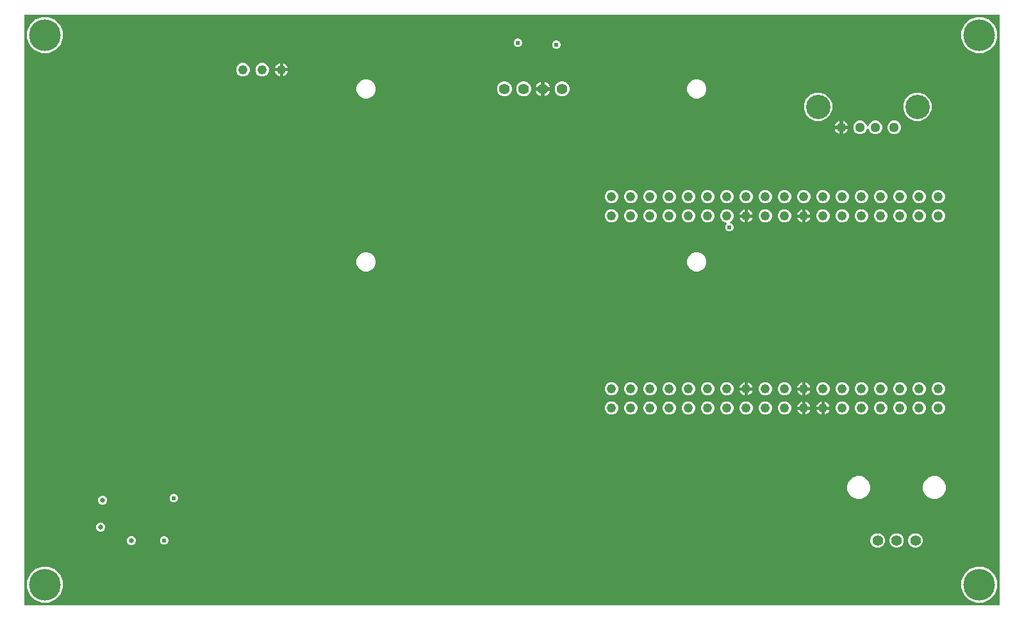
<source format=gbr>
G04 EAGLE Gerber RS-274X export*
G75*
%MOMM*%
%FSLAX34Y34*%
%LPD*%
%INCopper Layer 2*%
%IPPOS*%
%AMOC8*
5,1,8,0,0,1.08239X$1,22.5*%
G01*
%ADD10C,1.422400*%
%ADD11C,1.244600*%
%ADD12C,1.400000*%
%ADD13C,1.288000*%
%ADD14C,3.220000*%
%ADD15C,4.191000*%
%ADD16C,0.654800*%
%ADD17C,0.609600*%

G36*
X1341746Y28718D02*
X1341746Y28718D01*
X1341865Y28725D01*
X1341903Y28738D01*
X1341944Y28743D01*
X1342054Y28786D01*
X1342167Y28823D01*
X1342202Y28845D01*
X1342239Y28860D01*
X1342335Y28929D01*
X1342436Y28993D01*
X1342464Y29023D01*
X1342497Y29046D01*
X1342573Y29138D01*
X1342654Y29225D01*
X1342674Y29260D01*
X1342699Y29291D01*
X1342750Y29399D01*
X1342808Y29503D01*
X1342818Y29543D01*
X1342835Y29579D01*
X1342857Y29696D01*
X1342887Y29811D01*
X1342891Y29871D01*
X1342895Y29891D01*
X1342893Y29912D01*
X1342897Y29972D01*
X1342897Y808228D01*
X1342882Y808346D01*
X1342875Y808465D01*
X1342862Y808503D01*
X1342857Y808544D01*
X1342814Y808654D01*
X1342777Y808767D01*
X1342755Y808802D01*
X1342740Y808839D01*
X1342671Y808935D01*
X1342607Y809036D01*
X1342577Y809064D01*
X1342554Y809097D01*
X1342462Y809173D01*
X1342375Y809254D01*
X1342340Y809274D01*
X1342309Y809299D01*
X1342201Y809350D01*
X1342097Y809408D01*
X1342057Y809418D01*
X1342021Y809435D01*
X1341904Y809457D01*
X1341789Y809487D01*
X1341729Y809491D01*
X1341709Y809495D01*
X1341688Y809493D01*
X1341628Y809497D01*
X55372Y809497D01*
X55254Y809482D01*
X55135Y809475D01*
X55097Y809462D01*
X55056Y809457D01*
X54946Y809414D01*
X54833Y809377D01*
X54798Y809355D01*
X54761Y809340D01*
X54665Y809271D01*
X54564Y809207D01*
X54536Y809177D01*
X54503Y809154D01*
X54427Y809062D01*
X54346Y808975D01*
X54326Y808940D01*
X54301Y808909D01*
X54250Y808801D01*
X54192Y808697D01*
X54182Y808657D01*
X54165Y808621D01*
X54143Y808504D01*
X54113Y808389D01*
X54109Y808329D01*
X54105Y808309D01*
X54107Y808288D01*
X54103Y808228D01*
X54103Y29972D01*
X54118Y29854D01*
X54125Y29735D01*
X54138Y29697D01*
X54143Y29656D01*
X54186Y29546D01*
X54223Y29433D01*
X54245Y29398D01*
X54260Y29361D01*
X54329Y29265D01*
X54393Y29164D01*
X54423Y29136D01*
X54446Y29103D01*
X54538Y29027D01*
X54625Y28946D01*
X54660Y28926D01*
X54691Y28901D01*
X54799Y28850D01*
X54903Y28792D01*
X54943Y28782D01*
X54979Y28765D01*
X55096Y28743D01*
X55211Y28713D01*
X55271Y28709D01*
X55291Y28705D01*
X55312Y28707D01*
X55372Y28703D01*
X1341628Y28703D01*
X1341746Y28718D01*
G37*
%LPC*%
G36*
X1311046Y758824D02*
X1311046Y758824D01*
X1302411Y762401D01*
X1295801Y769011D01*
X1292224Y777646D01*
X1292224Y786994D01*
X1295801Y795629D01*
X1302411Y802239D01*
X1311046Y805816D01*
X1320394Y805816D01*
X1329029Y802239D01*
X1335639Y795629D01*
X1339216Y786994D01*
X1339216Y777646D01*
X1335639Y769011D01*
X1329029Y762401D01*
X1320394Y758824D01*
X1311046Y758824D01*
G37*
%LPD*%
%LPC*%
G36*
X76606Y758824D02*
X76606Y758824D01*
X67971Y762401D01*
X61361Y769011D01*
X57784Y777646D01*
X57784Y786994D01*
X61361Y795629D01*
X67971Y802239D01*
X76606Y805816D01*
X85954Y805816D01*
X94589Y802239D01*
X101199Y795629D01*
X104776Y786994D01*
X104776Y777646D01*
X101199Y769011D01*
X94589Y762401D01*
X85954Y758824D01*
X76606Y758824D01*
G37*
%LPD*%
%LPC*%
G36*
X76606Y32384D02*
X76606Y32384D01*
X67971Y35961D01*
X61361Y42571D01*
X57784Y51206D01*
X57784Y60554D01*
X61361Y69189D01*
X67971Y75799D01*
X76606Y79376D01*
X85954Y79376D01*
X94589Y75799D01*
X101199Y69189D01*
X104776Y60554D01*
X104776Y51206D01*
X101199Y42571D01*
X94589Y35961D01*
X85954Y32384D01*
X76606Y32384D01*
G37*
%LPD*%
%LPC*%
G36*
X1311046Y32384D02*
X1311046Y32384D01*
X1302411Y35961D01*
X1295801Y42571D01*
X1292224Y51206D01*
X1292224Y60554D01*
X1295801Y69189D01*
X1302411Y75799D01*
X1311046Y79376D01*
X1320394Y79376D01*
X1329029Y75799D01*
X1335639Y69189D01*
X1339216Y60554D01*
X1339216Y51206D01*
X1335639Y42571D01*
X1329029Y35961D01*
X1320394Y32384D01*
X1311046Y32384D01*
G37*
%LPD*%
%LPC*%
G36*
X1230392Y668859D02*
X1230392Y668859D01*
X1223541Y671697D01*
X1218297Y676941D01*
X1215459Y683792D01*
X1215459Y691208D01*
X1218297Y698059D01*
X1223541Y703303D01*
X1230392Y706141D01*
X1237808Y706141D01*
X1244659Y703303D01*
X1249903Y698059D01*
X1252741Y691208D01*
X1252741Y683792D01*
X1249903Y676941D01*
X1244659Y671697D01*
X1237808Y668859D01*
X1230392Y668859D01*
G37*
%LPD*%
%LPC*%
G36*
X1098992Y668859D02*
X1098992Y668859D01*
X1092141Y671697D01*
X1086897Y676941D01*
X1084059Y683792D01*
X1084059Y691208D01*
X1086897Y698059D01*
X1092141Y703303D01*
X1098992Y706141D01*
X1106408Y706141D01*
X1113259Y703303D01*
X1118503Y698059D01*
X1121341Y691208D01*
X1121341Y683792D01*
X1118503Y676941D01*
X1113259Y671697D01*
X1106408Y668859D01*
X1098992Y668859D01*
G37*
%LPD*%
%LPC*%
G36*
X1153508Y169259D02*
X1153508Y169259D01*
X1147980Y171549D01*
X1143749Y175780D01*
X1141459Y181308D01*
X1141459Y187292D01*
X1143749Y192820D01*
X1147980Y197051D01*
X1153508Y199341D01*
X1159492Y199341D01*
X1165020Y197051D01*
X1169251Y192820D01*
X1171541Y187292D01*
X1171541Y181308D01*
X1169251Y175780D01*
X1165020Y171549D01*
X1159492Y169259D01*
X1153508Y169259D01*
G37*
%LPD*%
%LPC*%
G36*
X1253508Y169259D02*
X1253508Y169259D01*
X1247980Y171549D01*
X1243749Y175780D01*
X1241459Y181308D01*
X1241459Y187292D01*
X1243749Y192820D01*
X1247980Y197051D01*
X1253508Y199341D01*
X1259492Y199341D01*
X1265020Y197051D01*
X1269251Y192820D01*
X1271541Y187292D01*
X1271541Y181308D01*
X1269251Y175780D01*
X1265020Y171549D01*
X1259492Y169259D01*
X1253508Y169259D01*
G37*
%LPD*%
%LPC*%
G36*
X1156614Y651419D02*
X1156614Y651419D01*
X1153313Y652786D01*
X1150786Y655313D01*
X1149419Y658614D01*
X1149419Y662186D01*
X1150786Y665487D01*
X1153313Y668014D01*
X1156614Y669381D01*
X1160186Y669381D01*
X1163487Y668014D01*
X1166014Y665487D01*
X1167227Y662557D01*
X1167296Y662436D01*
X1167361Y662313D01*
X1167375Y662298D01*
X1167385Y662280D01*
X1167482Y662180D01*
X1167575Y662078D01*
X1167592Y662066D01*
X1167606Y662052D01*
X1167724Y661979D01*
X1167841Y661903D01*
X1167860Y661896D01*
X1167877Y661886D01*
X1168010Y661845D01*
X1168142Y661800D01*
X1168162Y661798D01*
X1168181Y661792D01*
X1168320Y661785D01*
X1168459Y661774D01*
X1168479Y661778D01*
X1168499Y661777D01*
X1168635Y661805D01*
X1168772Y661829D01*
X1168791Y661837D01*
X1168810Y661841D01*
X1168935Y661902D01*
X1169062Y661959D01*
X1169078Y661972D01*
X1169096Y661981D01*
X1169202Y662071D01*
X1169310Y662158D01*
X1169323Y662174D01*
X1169338Y662187D01*
X1169418Y662301D01*
X1169502Y662412D01*
X1169514Y662437D01*
X1169521Y662447D01*
X1169528Y662467D01*
X1169573Y662557D01*
X1170786Y665487D01*
X1173313Y668014D01*
X1176614Y669381D01*
X1180186Y669381D01*
X1183487Y668014D01*
X1186014Y665487D01*
X1187381Y662186D01*
X1187381Y658614D01*
X1186014Y655313D01*
X1183487Y652786D01*
X1180186Y651419D01*
X1176614Y651419D01*
X1173313Y652786D01*
X1170786Y655313D01*
X1169573Y658243D01*
X1169504Y658364D01*
X1169439Y658487D01*
X1169425Y658502D01*
X1169415Y658520D01*
X1169318Y658620D01*
X1169225Y658722D01*
X1169208Y658733D01*
X1169194Y658748D01*
X1169075Y658821D01*
X1168959Y658897D01*
X1168940Y658904D01*
X1168923Y658914D01*
X1168790Y658955D01*
X1168658Y659000D01*
X1168638Y659002D01*
X1168619Y659008D01*
X1168480Y659015D01*
X1168341Y659026D01*
X1168321Y659022D01*
X1168301Y659023D01*
X1168165Y658995D01*
X1168028Y658971D01*
X1168009Y658963D01*
X1167990Y658959D01*
X1167864Y658897D01*
X1167738Y658841D01*
X1167722Y658828D01*
X1167704Y658819D01*
X1167598Y658729D01*
X1167490Y658642D01*
X1167477Y658626D01*
X1167462Y658613D01*
X1167382Y658499D01*
X1167298Y658388D01*
X1167286Y658363D01*
X1167279Y658353D01*
X1167272Y658333D01*
X1167227Y658243D01*
X1166014Y655313D01*
X1163487Y652786D01*
X1160186Y651419D01*
X1156614Y651419D01*
G37*
%LPD*%
%LPC*%
G36*
X502965Y698659D02*
X502965Y698659D01*
X498356Y700568D01*
X494828Y704096D01*
X492919Y708705D01*
X492919Y713695D01*
X494828Y718304D01*
X498356Y721832D01*
X502965Y723741D01*
X507955Y723741D01*
X512564Y721832D01*
X516092Y718304D01*
X518001Y713695D01*
X518001Y708705D01*
X516092Y704096D01*
X512564Y700568D01*
X507955Y698659D01*
X502965Y698659D01*
G37*
%LPD*%
%LPC*%
G36*
X939845Y698659D02*
X939845Y698659D01*
X935236Y700568D01*
X931708Y704096D01*
X929799Y708705D01*
X929799Y713695D01*
X931708Y718304D01*
X935236Y721832D01*
X939845Y723741D01*
X944835Y723741D01*
X949444Y721832D01*
X952972Y718304D01*
X954881Y713695D01*
X954881Y708705D01*
X952972Y704096D01*
X949444Y700568D01*
X944835Y698659D01*
X939845Y698659D01*
G37*
%LPD*%
%LPC*%
G36*
X939845Y470059D02*
X939845Y470059D01*
X935236Y471968D01*
X931708Y475496D01*
X929799Y480105D01*
X929799Y485095D01*
X931708Y489704D01*
X935236Y493232D01*
X939845Y495141D01*
X944835Y495141D01*
X949444Y493232D01*
X952972Y489704D01*
X954881Y485095D01*
X954881Y480105D01*
X952972Y475496D01*
X949444Y471968D01*
X944835Y470059D01*
X939845Y470059D01*
G37*
%LPD*%
%LPC*%
G36*
X502965Y470059D02*
X502965Y470059D01*
X498356Y471968D01*
X494828Y475496D01*
X492919Y480105D01*
X492919Y485095D01*
X494828Y489704D01*
X498356Y493232D01*
X502965Y495141D01*
X507955Y495141D01*
X512564Y493232D01*
X516092Y489704D01*
X518001Y485095D01*
X518001Y480105D01*
X516092Y475496D01*
X512564Y471968D01*
X507955Y470059D01*
X502965Y470059D01*
G37*
%LPD*%
%LPC*%
G36*
X984408Y522731D02*
X984408Y522731D01*
X982354Y523582D01*
X980782Y525154D01*
X979931Y527208D01*
X979931Y529432D01*
X980782Y531486D01*
X981666Y532370D01*
X981751Y532479D01*
X981840Y532586D01*
X981848Y532605D01*
X981861Y532621D01*
X981916Y532748D01*
X981975Y532874D01*
X981979Y532894D01*
X981987Y532913D01*
X982009Y533051D01*
X982035Y533187D01*
X982034Y533207D01*
X982037Y533227D01*
X982024Y533366D01*
X982015Y533504D01*
X982009Y533523D01*
X982007Y533543D01*
X981960Y533675D01*
X981917Y533806D01*
X981906Y533824D01*
X981900Y533843D01*
X981822Y533958D01*
X981747Y534075D01*
X981732Y534089D01*
X981721Y534106D01*
X981617Y534198D01*
X981516Y534293D01*
X981498Y534303D01*
X981483Y534316D01*
X981359Y534379D01*
X981237Y534447D01*
X981217Y534452D01*
X981199Y534461D01*
X981064Y534491D01*
X980929Y534526D01*
X980901Y534528D01*
X980889Y534531D01*
X980869Y534530D01*
X980768Y534536D01*
X980557Y534536D01*
X977336Y535870D01*
X974870Y538336D01*
X973536Y541557D01*
X973536Y545043D01*
X974870Y548264D01*
X977336Y550730D01*
X980557Y552064D01*
X984043Y552064D01*
X987264Y550730D01*
X989730Y548264D01*
X991064Y545043D01*
X991064Y541557D01*
X989730Y538336D01*
X987218Y535824D01*
X987167Y535797D01*
X987152Y535784D01*
X987135Y535774D01*
X987035Y535677D01*
X986932Y535583D01*
X986921Y535566D01*
X986906Y535552D01*
X986834Y535434D01*
X986757Y535318D01*
X986751Y535298D01*
X986740Y535281D01*
X986699Y535148D01*
X986654Y535017D01*
X986652Y534997D01*
X986646Y534977D01*
X986640Y534838D01*
X986629Y534700D01*
X986632Y534680D01*
X986631Y534660D01*
X986659Y534523D01*
X986683Y534387D01*
X986691Y534368D01*
X986696Y534348D01*
X986757Y534223D01*
X986814Y534097D01*
X986826Y534081D01*
X986835Y534062D01*
X986926Y533957D01*
X987012Y533848D01*
X987028Y533836D01*
X987042Y533820D01*
X987155Y533740D01*
X987266Y533657D01*
X987292Y533644D01*
X987302Y533637D01*
X987321Y533630D01*
X987411Y533586D01*
X988686Y533058D01*
X990258Y531486D01*
X991109Y529432D01*
X991109Y527208D01*
X990258Y525154D01*
X988686Y523582D01*
X986632Y522731D01*
X984408Y522731D01*
G37*
%LPD*%
%LPC*%
G36*
X686420Y701547D02*
X686420Y701547D01*
X682872Y703017D01*
X680157Y705732D01*
X678687Y709280D01*
X678687Y713120D01*
X680157Y716668D01*
X682872Y719383D01*
X686420Y720853D01*
X690260Y720853D01*
X693808Y719383D01*
X696523Y716668D01*
X697993Y713120D01*
X697993Y709280D01*
X696523Y705732D01*
X693808Y703017D01*
X690260Y701547D01*
X686420Y701547D01*
G37*
%LPD*%
%LPC*%
G36*
X711820Y701547D02*
X711820Y701547D01*
X708272Y703017D01*
X705557Y705732D01*
X704087Y709280D01*
X704087Y713120D01*
X705557Y716668D01*
X708272Y719383D01*
X711820Y720853D01*
X715660Y720853D01*
X719208Y719383D01*
X721923Y716668D01*
X723393Y713120D01*
X723393Y709280D01*
X721923Y705732D01*
X719208Y703017D01*
X715660Y701547D01*
X711820Y701547D01*
G37*
%LPD*%
%LPC*%
G36*
X762620Y701547D02*
X762620Y701547D01*
X759072Y703017D01*
X756357Y705732D01*
X754887Y709280D01*
X754887Y713120D01*
X756357Y716668D01*
X759072Y719383D01*
X762620Y720853D01*
X766460Y720853D01*
X770008Y719383D01*
X772723Y716668D01*
X774193Y713120D01*
X774193Y709280D01*
X772723Y705732D01*
X770008Y703017D01*
X766460Y701547D01*
X762620Y701547D01*
G37*
%LPD*%
%LPC*%
G36*
X1229602Y104759D02*
X1229602Y104759D01*
X1226096Y106212D01*
X1223412Y108896D01*
X1221959Y112402D01*
X1221959Y116198D01*
X1223412Y119704D01*
X1226096Y122388D01*
X1229602Y123841D01*
X1233398Y123841D01*
X1236904Y122388D01*
X1239588Y119704D01*
X1241041Y116198D01*
X1241041Y112402D01*
X1239588Y108896D01*
X1236904Y106212D01*
X1233398Y104759D01*
X1229602Y104759D01*
G37*
%LPD*%
%LPC*%
G36*
X1204602Y104759D02*
X1204602Y104759D01*
X1201096Y106212D01*
X1198412Y108896D01*
X1196959Y112402D01*
X1196959Y116198D01*
X1198412Y119704D01*
X1201096Y122388D01*
X1204602Y123841D01*
X1208398Y123841D01*
X1211904Y122388D01*
X1214588Y119704D01*
X1216041Y116198D01*
X1216041Y112402D01*
X1214588Y108896D01*
X1211904Y106212D01*
X1208398Y104759D01*
X1204602Y104759D01*
G37*
%LPD*%
%LPC*%
G36*
X1179602Y104759D02*
X1179602Y104759D01*
X1176096Y106212D01*
X1173412Y108896D01*
X1171959Y112402D01*
X1171959Y116198D01*
X1173412Y119704D01*
X1176096Y122388D01*
X1179602Y123841D01*
X1183398Y123841D01*
X1186904Y122388D01*
X1189588Y119704D01*
X1191041Y116198D01*
X1191041Y112402D01*
X1189588Y108896D01*
X1186904Y106212D01*
X1183398Y104759D01*
X1179602Y104759D01*
G37*
%LPD*%
%LPC*%
G36*
X1201614Y651419D02*
X1201614Y651419D01*
X1198313Y652786D01*
X1195786Y655313D01*
X1194419Y658614D01*
X1194419Y662186D01*
X1195786Y665487D01*
X1198313Y668014D01*
X1201614Y669381D01*
X1205186Y669381D01*
X1208487Y668014D01*
X1211014Y665487D01*
X1212381Y662186D01*
X1212381Y658614D01*
X1211014Y655313D01*
X1208487Y652786D01*
X1205186Y651419D01*
X1201614Y651419D01*
G37*
%LPD*%
%LPC*%
G36*
X1132957Y534536D02*
X1132957Y534536D01*
X1129736Y535870D01*
X1127270Y538336D01*
X1125936Y541557D01*
X1125936Y545043D01*
X1127270Y548264D01*
X1129736Y550730D01*
X1132957Y552064D01*
X1136443Y552064D01*
X1139664Y550730D01*
X1142130Y548264D01*
X1143464Y545043D01*
X1143464Y541557D01*
X1142130Y538336D01*
X1139664Y535870D01*
X1136443Y534536D01*
X1132957Y534536D01*
G37*
%LPD*%
%LPC*%
G36*
X1056757Y280536D02*
X1056757Y280536D01*
X1053536Y281870D01*
X1051070Y284336D01*
X1049736Y287557D01*
X1049736Y291043D01*
X1051070Y294264D01*
X1053536Y296730D01*
X1056757Y298064D01*
X1060243Y298064D01*
X1063464Y296730D01*
X1065930Y294264D01*
X1067264Y291043D01*
X1067264Y287557D01*
X1065930Y284336D01*
X1063464Y281870D01*
X1060243Y280536D01*
X1056757Y280536D01*
G37*
%LPD*%
%LPC*%
G36*
X1132957Y280536D02*
X1132957Y280536D01*
X1129736Y281870D01*
X1127270Y284336D01*
X1125936Y287557D01*
X1125936Y291043D01*
X1127270Y294264D01*
X1129736Y296730D01*
X1132957Y298064D01*
X1136443Y298064D01*
X1139664Y296730D01*
X1142130Y294264D01*
X1143464Y291043D01*
X1143464Y287557D01*
X1142130Y284336D01*
X1139664Y281870D01*
X1136443Y280536D01*
X1132957Y280536D01*
G37*
%LPD*%
%LPC*%
G36*
X1158357Y280536D02*
X1158357Y280536D01*
X1155136Y281870D01*
X1152670Y284336D01*
X1151336Y287557D01*
X1151336Y291043D01*
X1152670Y294264D01*
X1155136Y296730D01*
X1158357Y298064D01*
X1161843Y298064D01*
X1165064Y296730D01*
X1167530Y294264D01*
X1168864Y291043D01*
X1168864Y287557D01*
X1167530Y284336D01*
X1165064Y281870D01*
X1161843Y280536D01*
X1158357Y280536D01*
G37*
%LPD*%
%LPC*%
G36*
X1183757Y280536D02*
X1183757Y280536D01*
X1180536Y281870D01*
X1178070Y284336D01*
X1176736Y287557D01*
X1176736Y291043D01*
X1178070Y294264D01*
X1180536Y296730D01*
X1183757Y298064D01*
X1187243Y298064D01*
X1190464Y296730D01*
X1192930Y294264D01*
X1194264Y291043D01*
X1194264Y287557D01*
X1192930Y284336D01*
X1190464Y281870D01*
X1187243Y280536D01*
X1183757Y280536D01*
G37*
%LPD*%
%LPC*%
G36*
X1209157Y280536D02*
X1209157Y280536D01*
X1205936Y281870D01*
X1203470Y284336D01*
X1202136Y287557D01*
X1202136Y291043D01*
X1203470Y294264D01*
X1205936Y296730D01*
X1209157Y298064D01*
X1212643Y298064D01*
X1215864Y296730D01*
X1218330Y294264D01*
X1219664Y291043D01*
X1219664Y287557D01*
X1218330Y284336D01*
X1215864Y281870D01*
X1212643Y280536D01*
X1209157Y280536D01*
G37*
%LPD*%
%LPC*%
G36*
X1234557Y280536D02*
X1234557Y280536D01*
X1231336Y281870D01*
X1228870Y284336D01*
X1227536Y287557D01*
X1227536Y291043D01*
X1228870Y294264D01*
X1231336Y296730D01*
X1234557Y298064D01*
X1238043Y298064D01*
X1241264Y296730D01*
X1243730Y294264D01*
X1245064Y291043D01*
X1245064Y287557D01*
X1243730Y284336D01*
X1241264Y281870D01*
X1238043Y280536D01*
X1234557Y280536D01*
G37*
%LPD*%
%LPC*%
G36*
X904357Y559936D02*
X904357Y559936D01*
X901136Y561270D01*
X898670Y563736D01*
X897336Y566957D01*
X897336Y570443D01*
X898670Y573664D01*
X901136Y576130D01*
X904357Y577464D01*
X907843Y577464D01*
X911064Y576130D01*
X913530Y573664D01*
X914864Y570443D01*
X914864Y566957D01*
X913530Y563736D01*
X911064Y561270D01*
X907843Y559936D01*
X904357Y559936D01*
G37*
%LPD*%
%LPC*%
G36*
X878957Y559936D02*
X878957Y559936D01*
X875736Y561270D01*
X873270Y563736D01*
X871936Y566957D01*
X871936Y570443D01*
X873270Y573664D01*
X875736Y576130D01*
X878957Y577464D01*
X882443Y577464D01*
X885664Y576130D01*
X888130Y573664D01*
X889464Y570443D01*
X889464Y566957D01*
X888130Y563736D01*
X885664Y561270D01*
X882443Y559936D01*
X878957Y559936D01*
G37*
%LPD*%
%LPC*%
G36*
X1259957Y559936D02*
X1259957Y559936D01*
X1256736Y561270D01*
X1254270Y563736D01*
X1252936Y566957D01*
X1252936Y570443D01*
X1254270Y573664D01*
X1256736Y576130D01*
X1259957Y577464D01*
X1263443Y577464D01*
X1266664Y576130D01*
X1269130Y573664D01*
X1270464Y570443D01*
X1270464Y566957D01*
X1269130Y563736D01*
X1266664Y561270D01*
X1263443Y559936D01*
X1259957Y559936D01*
G37*
%LPD*%
%LPC*%
G36*
X1234557Y559936D02*
X1234557Y559936D01*
X1231336Y561270D01*
X1228870Y563736D01*
X1227536Y566957D01*
X1227536Y570443D01*
X1228870Y573664D01*
X1231336Y576130D01*
X1234557Y577464D01*
X1238043Y577464D01*
X1241264Y576130D01*
X1243730Y573664D01*
X1245064Y570443D01*
X1245064Y566957D01*
X1243730Y563736D01*
X1241264Y561270D01*
X1238043Y559936D01*
X1234557Y559936D01*
G37*
%LPD*%
%LPC*%
G36*
X1209157Y559936D02*
X1209157Y559936D01*
X1205936Y561270D01*
X1203470Y563736D01*
X1202136Y566957D01*
X1202136Y570443D01*
X1203470Y573664D01*
X1205936Y576130D01*
X1209157Y577464D01*
X1212643Y577464D01*
X1215864Y576130D01*
X1218330Y573664D01*
X1219664Y570443D01*
X1219664Y566957D01*
X1218330Y563736D01*
X1215864Y561270D01*
X1212643Y559936D01*
X1209157Y559936D01*
G37*
%LPD*%
%LPC*%
G36*
X1183757Y559936D02*
X1183757Y559936D01*
X1180536Y561270D01*
X1178070Y563736D01*
X1176736Y566957D01*
X1176736Y570443D01*
X1178070Y573664D01*
X1180536Y576130D01*
X1183757Y577464D01*
X1187243Y577464D01*
X1190464Y576130D01*
X1192930Y573664D01*
X1194264Y570443D01*
X1194264Y566957D01*
X1192930Y563736D01*
X1190464Y561270D01*
X1187243Y559936D01*
X1183757Y559936D01*
G37*
%LPD*%
%LPC*%
G36*
X1158357Y559936D02*
X1158357Y559936D01*
X1155136Y561270D01*
X1152670Y563736D01*
X1151336Y566957D01*
X1151336Y570443D01*
X1152670Y573664D01*
X1155136Y576130D01*
X1158357Y577464D01*
X1161843Y577464D01*
X1165064Y576130D01*
X1167530Y573664D01*
X1168864Y570443D01*
X1168864Y566957D01*
X1167530Y563736D01*
X1165064Y561270D01*
X1161843Y559936D01*
X1158357Y559936D01*
G37*
%LPD*%
%LPC*%
G36*
X1132957Y559936D02*
X1132957Y559936D01*
X1129736Y561270D01*
X1127270Y563736D01*
X1125936Y566957D01*
X1125936Y570443D01*
X1127270Y573664D01*
X1129736Y576130D01*
X1132957Y577464D01*
X1136443Y577464D01*
X1139664Y576130D01*
X1142130Y573664D01*
X1143464Y570443D01*
X1143464Y566957D01*
X1142130Y563736D01*
X1139664Y561270D01*
X1136443Y559936D01*
X1132957Y559936D01*
G37*
%LPD*%
%LPC*%
G36*
X1107557Y559936D02*
X1107557Y559936D01*
X1104336Y561270D01*
X1101870Y563736D01*
X1100536Y566957D01*
X1100536Y570443D01*
X1101870Y573664D01*
X1104336Y576130D01*
X1107557Y577464D01*
X1111043Y577464D01*
X1114264Y576130D01*
X1116730Y573664D01*
X1118064Y570443D01*
X1118064Y566957D01*
X1116730Y563736D01*
X1114264Y561270D01*
X1111043Y559936D01*
X1107557Y559936D01*
G37*
%LPD*%
%LPC*%
G36*
X1082157Y559936D02*
X1082157Y559936D01*
X1078936Y561270D01*
X1076470Y563736D01*
X1075136Y566957D01*
X1075136Y570443D01*
X1076470Y573664D01*
X1078936Y576130D01*
X1082157Y577464D01*
X1085643Y577464D01*
X1088864Y576130D01*
X1091330Y573664D01*
X1092664Y570443D01*
X1092664Y566957D01*
X1091330Y563736D01*
X1088864Y561270D01*
X1085643Y559936D01*
X1082157Y559936D01*
G37*
%LPD*%
%LPC*%
G36*
X1056757Y559936D02*
X1056757Y559936D01*
X1053536Y561270D01*
X1051070Y563736D01*
X1049736Y566957D01*
X1049736Y570443D01*
X1051070Y573664D01*
X1053536Y576130D01*
X1056757Y577464D01*
X1060243Y577464D01*
X1063464Y576130D01*
X1065930Y573664D01*
X1067264Y570443D01*
X1067264Y566957D01*
X1065930Y563736D01*
X1063464Y561270D01*
X1060243Y559936D01*
X1056757Y559936D01*
G37*
%LPD*%
%LPC*%
G36*
X1031357Y559936D02*
X1031357Y559936D01*
X1028136Y561270D01*
X1025670Y563736D01*
X1024336Y566957D01*
X1024336Y570443D01*
X1025670Y573664D01*
X1028136Y576130D01*
X1031357Y577464D01*
X1034843Y577464D01*
X1038064Y576130D01*
X1040530Y573664D01*
X1041864Y570443D01*
X1041864Y566957D01*
X1040530Y563736D01*
X1038064Y561270D01*
X1034843Y559936D01*
X1031357Y559936D01*
G37*
%LPD*%
%LPC*%
G36*
X1005957Y559936D02*
X1005957Y559936D01*
X1002736Y561270D01*
X1000270Y563736D01*
X998936Y566957D01*
X998936Y570443D01*
X1000270Y573664D01*
X1002736Y576130D01*
X1005957Y577464D01*
X1009443Y577464D01*
X1012664Y576130D01*
X1015130Y573664D01*
X1016464Y570443D01*
X1016464Y566957D01*
X1015130Y563736D01*
X1012664Y561270D01*
X1009443Y559936D01*
X1005957Y559936D01*
G37*
%LPD*%
%LPC*%
G36*
X980557Y559936D02*
X980557Y559936D01*
X977336Y561270D01*
X974870Y563736D01*
X973536Y566957D01*
X973536Y570443D01*
X974870Y573664D01*
X977336Y576130D01*
X980557Y577464D01*
X984043Y577464D01*
X987264Y576130D01*
X989730Y573664D01*
X991064Y570443D01*
X991064Y566957D01*
X989730Y563736D01*
X987264Y561270D01*
X984043Y559936D01*
X980557Y559936D01*
G37*
%LPD*%
%LPC*%
G36*
X955157Y559936D02*
X955157Y559936D01*
X951936Y561270D01*
X949470Y563736D01*
X948136Y566957D01*
X948136Y570443D01*
X949470Y573664D01*
X951936Y576130D01*
X955157Y577464D01*
X958643Y577464D01*
X961864Y576130D01*
X964330Y573664D01*
X965664Y570443D01*
X965664Y566957D01*
X964330Y563736D01*
X961864Y561270D01*
X958643Y559936D01*
X955157Y559936D01*
G37*
%LPD*%
%LPC*%
G36*
X929757Y559936D02*
X929757Y559936D01*
X926536Y561270D01*
X924070Y563736D01*
X922736Y566957D01*
X922736Y570443D01*
X924070Y573664D01*
X926536Y576130D01*
X929757Y577464D01*
X933243Y577464D01*
X936464Y576130D01*
X938930Y573664D01*
X940264Y570443D01*
X940264Y566957D01*
X938930Y563736D01*
X936464Y561270D01*
X933243Y559936D01*
X929757Y559936D01*
G37*
%LPD*%
%LPC*%
G36*
X853557Y559936D02*
X853557Y559936D01*
X850336Y561270D01*
X847870Y563736D01*
X846536Y566957D01*
X846536Y570443D01*
X847870Y573664D01*
X850336Y576130D01*
X853557Y577464D01*
X857043Y577464D01*
X860264Y576130D01*
X862730Y573664D01*
X864064Y570443D01*
X864064Y566957D01*
X862730Y563736D01*
X860264Y561270D01*
X857043Y559936D01*
X853557Y559936D01*
G37*
%LPD*%
%LPC*%
G36*
X828157Y559936D02*
X828157Y559936D01*
X824936Y561270D01*
X822470Y563736D01*
X821136Y566957D01*
X821136Y570443D01*
X822470Y573664D01*
X824936Y576130D01*
X828157Y577464D01*
X831643Y577464D01*
X834864Y576130D01*
X837330Y573664D01*
X838664Y570443D01*
X838664Y566957D01*
X837330Y563736D01*
X834864Y561270D01*
X831643Y559936D01*
X828157Y559936D01*
G37*
%LPD*%
%LPC*%
G36*
X878957Y534536D02*
X878957Y534536D01*
X875736Y535870D01*
X873270Y538336D01*
X871936Y541557D01*
X871936Y545043D01*
X873270Y548264D01*
X875736Y550730D01*
X878957Y552064D01*
X882443Y552064D01*
X885664Y550730D01*
X888130Y548264D01*
X889464Y545043D01*
X889464Y541557D01*
X888130Y538336D01*
X885664Y535870D01*
X882443Y534536D01*
X878957Y534536D01*
G37*
%LPD*%
%LPC*%
G36*
X828157Y534536D02*
X828157Y534536D01*
X824936Y535870D01*
X822470Y538336D01*
X821136Y541557D01*
X821136Y545043D01*
X822470Y548264D01*
X824936Y550730D01*
X828157Y552064D01*
X831643Y552064D01*
X834864Y550730D01*
X837330Y548264D01*
X838664Y545043D01*
X838664Y541557D01*
X837330Y538336D01*
X834864Y535870D01*
X831643Y534536D01*
X828157Y534536D01*
G37*
%LPD*%
%LPC*%
G36*
X1259957Y534536D02*
X1259957Y534536D01*
X1256736Y535870D01*
X1254270Y538336D01*
X1252936Y541557D01*
X1252936Y545043D01*
X1254270Y548264D01*
X1256736Y550730D01*
X1259957Y552064D01*
X1263443Y552064D01*
X1266664Y550730D01*
X1269130Y548264D01*
X1270464Y545043D01*
X1270464Y541557D01*
X1269130Y538336D01*
X1266664Y535870D01*
X1263443Y534536D01*
X1259957Y534536D01*
G37*
%LPD*%
%LPC*%
G36*
X1234557Y534536D02*
X1234557Y534536D01*
X1231336Y535870D01*
X1228870Y538336D01*
X1227536Y541557D01*
X1227536Y545043D01*
X1228870Y548264D01*
X1231336Y550730D01*
X1234557Y552064D01*
X1238043Y552064D01*
X1241264Y550730D01*
X1243730Y548264D01*
X1245064Y545043D01*
X1245064Y541557D01*
X1243730Y538336D01*
X1241264Y535870D01*
X1238043Y534536D01*
X1234557Y534536D01*
G37*
%LPD*%
%LPC*%
G36*
X1209157Y534536D02*
X1209157Y534536D01*
X1205936Y535870D01*
X1203470Y538336D01*
X1202136Y541557D01*
X1202136Y545043D01*
X1203470Y548264D01*
X1205936Y550730D01*
X1209157Y552064D01*
X1212643Y552064D01*
X1215864Y550730D01*
X1218330Y548264D01*
X1219664Y545043D01*
X1219664Y541557D01*
X1218330Y538336D01*
X1215864Y535870D01*
X1212643Y534536D01*
X1209157Y534536D01*
G37*
%LPD*%
%LPC*%
G36*
X1183757Y534536D02*
X1183757Y534536D01*
X1180536Y535870D01*
X1178070Y538336D01*
X1176736Y541557D01*
X1176736Y545043D01*
X1178070Y548264D01*
X1180536Y550730D01*
X1183757Y552064D01*
X1187243Y552064D01*
X1190464Y550730D01*
X1192930Y548264D01*
X1194264Y545043D01*
X1194264Y541557D01*
X1192930Y538336D01*
X1190464Y535870D01*
X1187243Y534536D01*
X1183757Y534536D01*
G37*
%LPD*%
%LPC*%
G36*
X1158357Y534536D02*
X1158357Y534536D01*
X1155136Y535870D01*
X1152670Y538336D01*
X1151336Y541557D01*
X1151336Y545043D01*
X1152670Y548264D01*
X1155136Y550730D01*
X1158357Y552064D01*
X1161843Y552064D01*
X1165064Y550730D01*
X1167530Y548264D01*
X1168864Y545043D01*
X1168864Y541557D01*
X1167530Y538336D01*
X1165064Y535870D01*
X1161843Y534536D01*
X1158357Y534536D01*
G37*
%LPD*%
%LPC*%
G36*
X828157Y280536D02*
X828157Y280536D01*
X824936Y281870D01*
X822470Y284336D01*
X821136Y287557D01*
X821136Y291043D01*
X822470Y294264D01*
X824936Y296730D01*
X828157Y298064D01*
X831643Y298064D01*
X834864Y296730D01*
X837330Y294264D01*
X838664Y291043D01*
X838664Y287557D01*
X837330Y284336D01*
X834864Y281870D01*
X831643Y280536D01*
X828157Y280536D01*
G37*
%LPD*%
%LPC*%
G36*
X1107557Y534536D02*
X1107557Y534536D01*
X1104336Y535870D01*
X1101870Y538336D01*
X1100536Y541557D01*
X1100536Y545043D01*
X1101870Y548264D01*
X1104336Y550730D01*
X1107557Y552064D01*
X1111043Y552064D01*
X1114264Y550730D01*
X1116730Y548264D01*
X1118064Y545043D01*
X1118064Y541557D01*
X1116730Y538336D01*
X1114264Y535870D01*
X1111043Y534536D01*
X1107557Y534536D01*
G37*
%LPD*%
%LPC*%
G36*
X1056757Y534536D02*
X1056757Y534536D01*
X1053536Y535870D01*
X1051070Y538336D01*
X1049736Y541557D01*
X1049736Y545043D01*
X1051070Y548264D01*
X1053536Y550730D01*
X1056757Y552064D01*
X1060243Y552064D01*
X1063464Y550730D01*
X1065930Y548264D01*
X1067264Y545043D01*
X1067264Y541557D01*
X1065930Y538336D01*
X1063464Y535870D01*
X1060243Y534536D01*
X1056757Y534536D01*
G37*
%LPD*%
%LPC*%
G36*
X1031357Y534536D02*
X1031357Y534536D01*
X1028136Y535870D01*
X1025670Y538336D01*
X1024336Y541557D01*
X1024336Y545043D01*
X1025670Y548264D01*
X1028136Y550730D01*
X1031357Y552064D01*
X1034843Y552064D01*
X1038064Y550730D01*
X1040530Y548264D01*
X1041864Y545043D01*
X1041864Y541557D01*
X1040530Y538336D01*
X1038064Y535870D01*
X1034843Y534536D01*
X1031357Y534536D01*
G37*
%LPD*%
%LPC*%
G36*
X853557Y534536D02*
X853557Y534536D01*
X850336Y535870D01*
X847870Y538336D01*
X846536Y541557D01*
X846536Y545043D01*
X847870Y548264D01*
X850336Y550730D01*
X853557Y552064D01*
X857043Y552064D01*
X860264Y550730D01*
X862730Y548264D01*
X864064Y545043D01*
X864064Y541557D01*
X862730Y538336D01*
X860264Y535870D01*
X857043Y534536D01*
X853557Y534536D01*
G37*
%LPD*%
%LPC*%
G36*
X904357Y534536D02*
X904357Y534536D01*
X901136Y535870D01*
X898670Y538336D01*
X897336Y541557D01*
X897336Y545043D01*
X898670Y548264D01*
X901136Y550730D01*
X904357Y552064D01*
X907843Y552064D01*
X911064Y550730D01*
X913530Y548264D01*
X914864Y545043D01*
X914864Y541557D01*
X913530Y538336D01*
X911064Y535870D01*
X907843Y534536D01*
X904357Y534536D01*
G37*
%LPD*%
%LPC*%
G36*
X853557Y280536D02*
X853557Y280536D01*
X850336Y281870D01*
X847870Y284336D01*
X846536Y287557D01*
X846536Y291043D01*
X847870Y294264D01*
X850336Y296730D01*
X853557Y298064D01*
X857043Y298064D01*
X860264Y296730D01*
X862730Y294264D01*
X864064Y291043D01*
X864064Y287557D01*
X862730Y284336D01*
X860264Y281870D01*
X857043Y280536D01*
X853557Y280536D01*
G37*
%LPD*%
%LPC*%
G36*
X955157Y534536D02*
X955157Y534536D01*
X951936Y535870D01*
X949470Y538336D01*
X948136Y541557D01*
X948136Y545043D01*
X949470Y548264D01*
X951936Y550730D01*
X955157Y552064D01*
X958643Y552064D01*
X961864Y550730D01*
X964330Y548264D01*
X965664Y545043D01*
X965664Y541557D01*
X964330Y538336D01*
X961864Y535870D01*
X958643Y534536D01*
X955157Y534536D01*
G37*
%LPD*%
%LPC*%
G36*
X929757Y534536D02*
X929757Y534536D01*
X926536Y535870D01*
X924070Y538336D01*
X922736Y541557D01*
X922736Y545043D01*
X924070Y548264D01*
X926536Y550730D01*
X929757Y552064D01*
X933243Y552064D01*
X936464Y550730D01*
X938930Y548264D01*
X940264Y545043D01*
X940264Y541557D01*
X938930Y538336D01*
X936464Y535870D01*
X933243Y534536D01*
X929757Y534536D01*
G37*
%LPD*%
%LPC*%
G36*
X1259957Y280536D02*
X1259957Y280536D01*
X1256736Y281870D01*
X1254270Y284336D01*
X1252936Y287557D01*
X1252936Y291043D01*
X1254270Y294264D01*
X1256736Y296730D01*
X1259957Y298064D01*
X1263443Y298064D01*
X1266664Y296730D01*
X1269130Y294264D01*
X1270464Y291043D01*
X1270464Y287557D01*
X1269130Y284336D01*
X1266664Y281870D01*
X1263443Y280536D01*
X1259957Y280536D01*
G37*
%LPD*%
%LPC*%
G36*
X1031357Y280536D02*
X1031357Y280536D01*
X1028136Y281870D01*
X1025670Y284336D01*
X1024336Y287557D01*
X1024336Y291043D01*
X1025670Y294264D01*
X1028136Y296730D01*
X1031357Y298064D01*
X1034843Y298064D01*
X1038064Y296730D01*
X1040530Y294264D01*
X1041864Y291043D01*
X1041864Y287557D01*
X1040530Y284336D01*
X1038064Y281870D01*
X1034843Y280536D01*
X1031357Y280536D01*
G37*
%LPD*%
%LPC*%
G36*
X1005957Y280536D02*
X1005957Y280536D01*
X1002736Y281870D01*
X1000270Y284336D01*
X998936Y287557D01*
X998936Y291043D01*
X1000270Y294264D01*
X1002736Y296730D01*
X1005957Y298064D01*
X1009443Y298064D01*
X1012664Y296730D01*
X1015130Y294264D01*
X1016464Y291043D01*
X1016464Y287557D01*
X1015130Y284336D01*
X1012664Y281870D01*
X1009443Y280536D01*
X1005957Y280536D01*
G37*
%LPD*%
%LPC*%
G36*
X980557Y280536D02*
X980557Y280536D01*
X977336Y281870D01*
X974870Y284336D01*
X973536Y287557D01*
X973536Y291043D01*
X974870Y294264D01*
X977336Y296730D01*
X980557Y298064D01*
X984043Y298064D01*
X987264Y296730D01*
X989730Y294264D01*
X991064Y291043D01*
X991064Y287557D01*
X989730Y284336D01*
X987264Y281870D01*
X984043Y280536D01*
X980557Y280536D01*
G37*
%LPD*%
%LPC*%
G36*
X955157Y280536D02*
X955157Y280536D01*
X951936Y281870D01*
X949470Y284336D01*
X948136Y287557D01*
X948136Y291043D01*
X949470Y294264D01*
X951936Y296730D01*
X955157Y298064D01*
X958643Y298064D01*
X961864Y296730D01*
X964330Y294264D01*
X965664Y291043D01*
X965664Y287557D01*
X964330Y284336D01*
X961864Y281870D01*
X958643Y280536D01*
X955157Y280536D01*
G37*
%LPD*%
%LPC*%
G36*
X341157Y727836D02*
X341157Y727836D01*
X337936Y729170D01*
X335470Y731636D01*
X334136Y734857D01*
X334136Y738343D01*
X335470Y741564D01*
X337936Y744030D01*
X341157Y745364D01*
X344643Y745364D01*
X347864Y744030D01*
X350330Y741564D01*
X351664Y738343D01*
X351664Y734857D01*
X350330Y731636D01*
X347864Y729170D01*
X344643Y727836D01*
X341157Y727836D01*
G37*
%LPD*%
%LPC*%
G36*
X366557Y727836D02*
X366557Y727836D01*
X363336Y729170D01*
X360870Y731636D01*
X359536Y734857D01*
X359536Y738343D01*
X360870Y741564D01*
X363336Y744030D01*
X366557Y745364D01*
X370043Y745364D01*
X373264Y744030D01*
X375730Y741564D01*
X377064Y738343D01*
X377064Y734857D01*
X375730Y731636D01*
X373264Y729170D01*
X370043Y727836D01*
X366557Y727836D01*
G37*
%LPD*%
%LPC*%
G36*
X878957Y280536D02*
X878957Y280536D01*
X875736Y281870D01*
X873270Y284336D01*
X871936Y287557D01*
X871936Y291043D01*
X873270Y294264D01*
X875736Y296730D01*
X878957Y298064D01*
X882443Y298064D01*
X885664Y296730D01*
X888130Y294264D01*
X889464Y291043D01*
X889464Y287557D01*
X888130Y284336D01*
X885664Y281870D01*
X882443Y280536D01*
X878957Y280536D01*
G37*
%LPD*%
%LPC*%
G36*
X929757Y280536D02*
X929757Y280536D01*
X926536Y281870D01*
X924070Y284336D01*
X922736Y287557D01*
X922736Y291043D01*
X924070Y294264D01*
X926536Y296730D01*
X929757Y298064D01*
X933243Y298064D01*
X936464Y296730D01*
X938930Y294264D01*
X940264Y291043D01*
X940264Y287557D01*
X938930Y284336D01*
X936464Y281870D01*
X933243Y280536D01*
X929757Y280536D01*
G37*
%LPD*%
%LPC*%
G36*
X904357Y280536D02*
X904357Y280536D01*
X901136Y281870D01*
X898670Y284336D01*
X897336Y287557D01*
X897336Y291043D01*
X898670Y294264D01*
X901136Y296730D01*
X904357Y298064D01*
X907843Y298064D01*
X911064Y296730D01*
X913530Y294264D01*
X914864Y291043D01*
X914864Y287557D01*
X913530Y284336D01*
X911064Y281870D01*
X907843Y280536D01*
X904357Y280536D01*
G37*
%LPD*%
%LPC*%
G36*
X1132957Y305936D02*
X1132957Y305936D01*
X1129736Y307270D01*
X1127270Y309736D01*
X1125936Y312957D01*
X1125936Y316443D01*
X1127270Y319664D01*
X1129736Y322130D01*
X1132957Y323464D01*
X1136443Y323464D01*
X1139664Y322130D01*
X1142130Y319664D01*
X1143464Y316443D01*
X1143464Y312957D01*
X1142130Y309736D01*
X1139664Y307270D01*
X1136443Y305936D01*
X1132957Y305936D01*
G37*
%LPD*%
%LPC*%
G36*
X1107557Y305936D02*
X1107557Y305936D01*
X1104336Y307270D01*
X1101870Y309736D01*
X1100536Y312957D01*
X1100536Y316443D01*
X1101870Y319664D01*
X1104336Y322130D01*
X1107557Y323464D01*
X1111043Y323464D01*
X1114264Y322130D01*
X1116730Y319664D01*
X1118064Y316443D01*
X1118064Y312957D01*
X1116730Y309736D01*
X1114264Y307270D01*
X1111043Y305936D01*
X1107557Y305936D01*
G37*
%LPD*%
%LPC*%
G36*
X1259957Y305936D02*
X1259957Y305936D01*
X1256736Y307270D01*
X1254270Y309736D01*
X1252936Y312957D01*
X1252936Y316443D01*
X1254270Y319664D01*
X1256736Y322130D01*
X1259957Y323464D01*
X1263443Y323464D01*
X1266664Y322130D01*
X1269130Y319664D01*
X1270464Y316443D01*
X1270464Y312957D01*
X1269130Y309736D01*
X1266664Y307270D01*
X1263443Y305936D01*
X1259957Y305936D01*
G37*
%LPD*%
%LPC*%
G36*
X1234557Y305936D02*
X1234557Y305936D01*
X1231336Y307270D01*
X1228870Y309736D01*
X1227536Y312957D01*
X1227536Y316443D01*
X1228870Y319664D01*
X1231336Y322130D01*
X1234557Y323464D01*
X1238043Y323464D01*
X1241264Y322130D01*
X1243730Y319664D01*
X1245064Y316443D01*
X1245064Y312957D01*
X1243730Y309736D01*
X1241264Y307270D01*
X1238043Y305936D01*
X1234557Y305936D01*
G37*
%LPD*%
%LPC*%
G36*
X1209157Y305936D02*
X1209157Y305936D01*
X1205936Y307270D01*
X1203470Y309736D01*
X1202136Y312957D01*
X1202136Y316443D01*
X1203470Y319664D01*
X1205936Y322130D01*
X1209157Y323464D01*
X1212643Y323464D01*
X1215864Y322130D01*
X1218330Y319664D01*
X1219664Y316443D01*
X1219664Y312957D01*
X1218330Y309736D01*
X1215864Y307270D01*
X1212643Y305936D01*
X1209157Y305936D01*
G37*
%LPD*%
%LPC*%
G36*
X1183757Y305936D02*
X1183757Y305936D01*
X1180536Y307270D01*
X1178070Y309736D01*
X1176736Y312957D01*
X1176736Y316443D01*
X1178070Y319664D01*
X1180536Y322130D01*
X1183757Y323464D01*
X1187243Y323464D01*
X1190464Y322130D01*
X1192930Y319664D01*
X1194264Y316443D01*
X1194264Y312957D01*
X1192930Y309736D01*
X1190464Y307270D01*
X1187243Y305936D01*
X1183757Y305936D01*
G37*
%LPD*%
%LPC*%
G36*
X1158357Y305936D02*
X1158357Y305936D01*
X1155136Y307270D01*
X1152670Y309736D01*
X1151336Y312957D01*
X1151336Y316443D01*
X1152670Y319664D01*
X1155136Y322130D01*
X1158357Y323464D01*
X1161843Y323464D01*
X1165064Y322130D01*
X1167530Y319664D01*
X1168864Y316443D01*
X1168864Y312957D01*
X1167530Y309736D01*
X1165064Y307270D01*
X1161843Y305936D01*
X1158357Y305936D01*
G37*
%LPD*%
%LPC*%
G36*
X1056757Y305936D02*
X1056757Y305936D01*
X1053536Y307270D01*
X1051070Y309736D01*
X1049736Y312957D01*
X1049736Y316443D01*
X1051070Y319664D01*
X1053536Y322130D01*
X1056757Y323464D01*
X1060243Y323464D01*
X1063464Y322130D01*
X1065930Y319664D01*
X1067264Y316443D01*
X1067264Y312957D01*
X1065930Y309736D01*
X1063464Y307270D01*
X1060243Y305936D01*
X1056757Y305936D01*
G37*
%LPD*%
%LPC*%
G36*
X1031357Y305936D02*
X1031357Y305936D01*
X1028136Y307270D01*
X1025670Y309736D01*
X1024336Y312957D01*
X1024336Y316443D01*
X1025670Y319664D01*
X1028136Y322130D01*
X1031357Y323464D01*
X1034843Y323464D01*
X1038064Y322130D01*
X1040530Y319664D01*
X1041864Y316443D01*
X1041864Y312957D01*
X1040530Y309736D01*
X1038064Y307270D01*
X1034843Y305936D01*
X1031357Y305936D01*
G37*
%LPD*%
%LPC*%
G36*
X980557Y305936D02*
X980557Y305936D01*
X977336Y307270D01*
X974870Y309736D01*
X973536Y312957D01*
X973536Y316443D01*
X974870Y319664D01*
X977336Y322130D01*
X980557Y323464D01*
X984043Y323464D01*
X987264Y322130D01*
X989730Y319664D01*
X991064Y316443D01*
X991064Y312957D01*
X989730Y309736D01*
X987264Y307270D01*
X984043Y305936D01*
X980557Y305936D01*
G37*
%LPD*%
%LPC*%
G36*
X955157Y305936D02*
X955157Y305936D01*
X951936Y307270D01*
X949470Y309736D01*
X948136Y312957D01*
X948136Y316443D01*
X949470Y319664D01*
X951936Y322130D01*
X955157Y323464D01*
X958643Y323464D01*
X961864Y322130D01*
X964330Y319664D01*
X965664Y316443D01*
X965664Y312957D01*
X964330Y309736D01*
X961864Y307270D01*
X958643Y305936D01*
X955157Y305936D01*
G37*
%LPD*%
%LPC*%
G36*
X929757Y305936D02*
X929757Y305936D01*
X926536Y307270D01*
X924070Y309736D01*
X922736Y312957D01*
X922736Y316443D01*
X924070Y319664D01*
X926536Y322130D01*
X929757Y323464D01*
X933243Y323464D01*
X936464Y322130D01*
X938930Y319664D01*
X940264Y316443D01*
X940264Y312957D01*
X938930Y309736D01*
X936464Y307270D01*
X933243Y305936D01*
X929757Y305936D01*
G37*
%LPD*%
%LPC*%
G36*
X904357Y305936D02*
X904357Y305936D01*
X901136Y307270D01*
X898670Y309736D01*
X897336Y312957D01*
X897336Y316443D01*
X898670Y319664D01*
X901136Y322130D01*
X904357Y323464D01*
X907843Y323464D01*
X911064Y322130D01*
X913530Y319664D01*
X914864Y316443D01*
X914864Y312957D01*
X913530Y309736D01*
X911064Y307270D01*
X907843Y305936D01*
X904357Y305936D01*
G37*
%LPD*%
%LPC*%
G36*
X878957Y305936D02*
X878957Y305936D01*
X875736Y307270D01*
X873270Y309736D01*
X871936Y312957D01*
X871936Y316443D01*
X873270Y319664D01*
X875736Y322130D01*
X878957Y323464D01*
X882443Y323464D01*
X885664Y322130D01*
X888130Y319664D01*
X889464Y316443D01*
X889464Y312957D01*
X888130Y309736D01*
X885664Y307270D01*
X882443Y305936D01*
X878957Y305936D01*
G37*
%LPD*%
%LPC*%
G36*
X853557Y305936D02*
X853557Y305936D01*
X850336Y307270D01*
X847870Y309736D01*
X846536Y312957D01*
X846536Y316443D01*
X847870Y319664D01*
X850336Y322130D01*
X853557Y323464D01*
X857043Y323464D01*
X860264Y322130D01*
X862730Y319664D01*
X864064Y316443D01*
X864064Y312957D01*
X862730Y309736D01*
X860264Y307270D01*
X857043Y305936D01*
X853557Y305936D01*
G37*
%LPD*%
%LPC*%
G36*
X828157Y305936D02*
X828157Y305936D01*
X824936Y307270D01*
X822470Y309736D01*
X821136Y312957D01*
X821136Y316443D01*
X822470Y319664D01*
X824936Y322130D01*
X828157Y323464D01*
X831643Y323464D01*
X834864Y322130D01*
X837330Y319664D01*
X838664Y316443D01*
X838664Y312957D01*
X837330Y309736D01*
X834864Y307270D01*
X831643Y305936D01*
X828157Y305936D01*
G37*
%LPD*%
%LPC*%
G36*
X153783Y126265D02*
X153783Y126265D01*
X151646Y127150D01*
X150010Y128786D01*
X149125Y130923D01*
X149125Y133237D01*
X150010Y135374D01*
X151646Y137010D01*
X153783Y137895D01*
X156097Y137895D01*
X158234Y137010D01*
X159870Y135374D01*
X160755Y133237D01*
X160755Y130923D01*
X159870Y128786D01*
X158234Y127150D01*
X156097Y126265D01*
X153783Y126265D01*
G37*
%LPD*%
%LPC*%
G36*
X156323Y161825D02*
X156323Y161825D01*
X154186Y162710D01*
X152550Y164346D01*
X151665Y166483D01*
X151665Y168797D01*
X152550Y170934D01*
X154186Y172570D01*
X156323Y173455D01*
X158637Y173455D01*
X160774Y172570D01*
X162410Y170934D01*
X163295Y168797D01*
X163295Y166483D01*
X162410Y164346D01*
X160774Y162710D01*
X158637Y161825D01*
X156323Y161825D01*
G37*
%LPD*%
%LPC*%
G36*
X194423Y108485D02*
X194423Y108485D01*
X192286Y109370D01*
X190650Y111006D01*
X189765Y113143D01*
X189765Y115457D01*
X190650Y117594D01*
X192286Y119230D01*
X194423Y120115D01*
X196737Y120115D01*
X198874Y119230D01*
X200510Y117594D01*
X201395Y115457D01*
X201395Y113143D01*
X200510Y111006D01*
X198874Y109370D01*
X196737Y108485D01*
X194423Y108485D01*
G37*
%LPD*%
%LPC*%
G36*
X250348Y164591D02*
X250348Y164591D01*
X248294Y165442D01*
X246722Y167014D01*
X245871Y169068D01*
X245871Y171292D01*
X246722Y173346D01*
X248294Y174918D01*
X250348Y175769D01*
X252572Y175769D01*
X254626Y174918D01*
X256198Y173346D01*
X257049Y171292D01*
X257049Y169068D01*
X256198Y167014D01*
X254626Y165442D01*
X252572Y164591D01*
X250348Y164591D01*
G37*
%LPD*%
%LPC*%
G36*
X237648Y108711D02*
X237648Y108711D01*
X235594Y109562D01*
X234022Y111134D01*
X233171Y113188D01*
X233171Y115412D01*
X234022Y117466D01*
X235594Y119038D01*
X237648Y119889D01*
X239872Y119889D01*
X241926Y119038D01*
X243498Y117466D01*
X244349Y115412D01*
X244349Y113188D01*
X243498Y111134D01*
X241926Y109562D01*
X239872Y108711D01*
X237648Y108711D01*
G37*
%LPD*%
%LPC*%
G36*
X755808Y764031D02*
X755808Y764031D01*
X753754Y764882D01*
X752182Y766454D01*
X751331Y768508D01*
X751331Y770732D01*
X752182Y772786D01*
X753754Y774358D01*
X755808Y775209D01*
X758032Y775209D01*
X760086Y774358D01*
X761658Y772786D01*
X762509Y770732D01*
X762509Y768508D01*
X761658Y766454D01*
X760086Y764882D01*
X758032Y764031D01*
X755808Y764031D01*
G37*
%LPD*%
%LPC*%
G36*
X705008Y766571D02*
X705008Y766571D01*
X702954Y767422D01*
X701382Y768994D01*
X700531Y771048D01*
X700531Y773272D01*
X701382Y775326D01*
X702954Y776898D01*
X705008Y777749D01*
X707232Y777749D01*
X709286Y776898D01*
X710858Y775326D01*
X711709Y773272D01*
X711709Y771048D01*
X710858Y768994D01*
X709286Y767422D01*
X707232Y766571D01*
X705008Y766571D01*
G37*
%LPD*%
%LPC*%
G36*
X741679Y713739D02*
X741679Y713739D01*
X741679Y720524D01*
X742845Y720146D01*
X744199Y719456D01*
X745428Y718563D01*
X746503Y717488D01*
X747396Y716259D01*
X748086Y714905D01*
X748464Y713739D01*
X741679Y713739D01*
G37*
%LPD*%
%LPC*%
G36*
X729816Y713739D02*
X729816Y713739D01*
X730194Y714905D01*
X730884Y716259D01*
X731777Y717488D01*
X732852Y718563D01*
X734081Y719456D01*
X735435Y720146D01*
X736601Y720524D01*
X736601Y713739D01*
X729816Y713739D01*
G37*
%LPD*%
%LPC*%
G36*
X741679Y708661D02*
X741679Y708661D01*
X748464Y708661D01*
X748086Y707495D01*
X747396Y706141D01*
X746503Y704912D01*
X745428Y703837D01*
X744199Y702944D01*
X742845Y702254D01*
X741679Y701876D01*
X741679Y708661D01*
G37*
%LPD*%
%LPC*%
G36*
X735435Y702254D02*
X735435Y702254D01*
X734081Y702944D01*
X732852Y703837D01*
X731777Y704912D01*
X730884Y706141D01*
X730194Y707495D01*
X729816Y708661D01*
X736601Y708661D01*
X736601Y701876D01*
X735435Y702254D01*
G37*
%LPD*%
%LPC*%
G36*
X1135699Y662699D02*
X1135699Y662699D01*
X1135699Y669099D01*
X1136020Y669036D01*
X1137654Y668359D01*
X1139125Y667376D01*
X1140376Y666125D01*
X1141359Y664654D01*
X1142036Y663020D01*
X1142099Y662699D01*
X1135699Y662699D01*
G37*
%LPD*%
%LPC*%
G36*
X1135699Y658101D02*
X1135699Y658101D01*
X1142099Y658101D01*
X1142036Y657780D01*
X1141359Y656146D01*
X1140376Y654675D01*
X1139125Y653424D01*
X1137654Y652441D01*
X1136020Y651764D01*
X1135699Y651701D01*
X1135699Y658101D01*
G37*
%LPD*%
%LPC*%
G36*
X1124701Y662699D02*
X1124701Y662699D01*
X1124764Y663020D01*
X1125441Y664654D01*
X1126424Y666125D01*
X1127675Y667376D01*
X1129146Y668359D01*
X1130780Y669036D01*
X1131101Y669099D01*
X1131101Y662699D01*
X1124701Y662699D01*
G37*
%LPD*%
%LPC*%
G36*
X1130780Y651764D02*
X1130780Y651764D01*
X1129146Y652441D01*
X1127675Y653424D01*
X1126424Y654675D01*
X1125441Y656146D01*
X1124764Y657780D01*
X1124701Y658101D01*
X1131101Y658101D01*
X1131101Y651701D01*
X1130780Y651764D01*
G37*
%LPD*%
%LPC*%
G36*
X1009922Y316922D02*
X1009922Y316922D01*
X1009922Y323193D01*
X1010256Y323127D01*
X1011851Y322466D01*
X1013287Y321507D01*
X1014507Y320287D01*
X1015466Y318851D01*
X1016127Y317256D01*
X1016193Y316922D01*
X1009922Y316922D01*
G37*
%LPD*%
%LPC*%
G36*
X1086122Y316922D02*
X1086122Y316922D01*
X1086122Y323193D01*
X1086456Y323127D01*
X1088051Y322466D01*
X1089487Y321507D01*
X1090707Y320287D01*
X1091666Y318851D01*
X1092327Y317256D01*
X1092393Y316922D01*
X1086122Y316922D01*
G37*
%LPD*%
%LPC*%
G36*
X1086122Y545522D02*
X1086122Y545522D01*
X1086122Y551793D01*
X1086456Y551727D01*
X1088051Y551066D01*
X1089487Y550107D01*
X1090707Y548887D01*
X1091666Y547451D01*
X1092327Y545856D01*
X1092393Y545522D01*
X1086122Y545522D01*
G37*
%LPD*%
%LPC*%
G36*
X395922Y738822D02*
X395922Y738822D01*
X395922Y745093D01*
X396256Y745027D01*
X397851Y744366D01*
X399287Y743407D01*
X400507Y742187D01*
X401466Y740751D01*
X402127Y739156D01*
X402193Y738822D01*
X395922Y738822D01*
G37*
%LPD*%
%LPC*%
G36*
X1009922Y545522D02*
X1009922Y545522D01*
X1009922Y551793D01*
X1010256Y551727D01*
X1011851Y551066D01*
X1013287Y550107D01*
X1014507Y548887D01*
X1015466Y547451D01*
X1016127Y545856D01*
X1016193Y545522D01*
X1009922Y545522D01*
G37*
%LPD*%
%LPC*%
G36*
X1111522Y291522D02*
X1111522Y291522D01*
X1111522Y297793D01*
X1111856Y297727D01*
X1113451Y297066D01*
X1114887Y296107D01*
X1116107Y294887D01*
X1117066Y293451D01*
X1117727Y291856D01*
X1117793Y291522D01*
X1111522Y291522D01*
G37*
%LPD*%
%LPC*%
G36*
X1086122Y291522D02*
X1086122Y291522D01*
X1086122Y297793D01*
X1086456Y297727D01*
X1088051Y297066D01*
X1089487Y296107D01*
X1090707Y294887D01*
X1091666Y293451D01*
X1092327Y291856D01*
X1092393Y291522D01*
X1086122Y291522D01*
G37*
%LPD*%
%LPC*%
G36*
X1075407Y316922D02*
X1075407Y316922D01*
X1075473Y317256D01*
X1076134Y318851D01*
X1077093Y320287D01*
X1078313Y321507D01*
X1079749Y322466D01*
X1081344Y323127D01*
X1081678Y323193D01*
X1081678Y316922D01*
X1075407Y316922D01*
G37*
%LPD*%
%LPC*%
G36*
X999207Y316922D02*
X999207Y316922D01*
X999273Y317256D01*
X999934Y318851D01*
X1000893Y320287D01*
X1002113Y321507D01*
X1003549Y322466D01*
X1005144Y323127D01*
X1005478Y323193D01*
X1005478Y316922D01*
X999207Y316922D01*
G37*
%LPD*%
%LPC*%
G36*
X1075407Y291522D02*
X1075407Y291522D01*
X1075473Y291856D01*
X1076134Y293451D01*
X1077093Y294887D01*
X1078313Y296107D01*
X1079749Y297066D01*
X1081344Y297727D01*
X1081678Y297793D01*
X1081678Y291522D01*
X1075407Y291522D01*
G37*
%LPD*%
%LPC*%
G36*
X385207Y738822D02*
X385207Y738822D01*
X385273Y739156D01*
X385934Y740751D01*
X386893Y742187D01*
X388113Y743407D01*
X389549Y744366D01*
X391144Y745027D01*
X391478Y745093D01*
X391478Y738822D01*
X385207Y738822D01*
G37*
%LPD*%
%LPC*%
G36*
X1100807Y291522D02*
X1100807Y291522D01*
X1100873Y291856D01*
X1101534Y293451D01*
X1102493Y294887D01*
X1103713Y296107D01*
X1105149Y297066D01*
X1106744Y297727D01*
X1107078Y297793D01*
X1107078Y291522D01*
X1100807Y291522D01*
G37*
%LPD*%
%LPC*%
G36*
X1009922Y312478D02*
X1009922Y312478D01*
X1016193Y312478D01*
X1016127Y312144D01*
X1015466Y310549D01*
X1014507Y309113D01*
X1013287Y307893D01*
X1011851Y306934D01*
X1010256Y306273D01*
X1009922Y306207D01*
X1009922Y312478D01*
G37*
%LPD*%
%LPC*%
G36*
X1111522Y287078D02*
X1111522Y287078D01*
X1117793Y287078D01*
X1117727Y286744D01*
X1117066Y285149D01*
X1116107Y283713D01*
X1114887Y282493D01*
X1113451Y281534D01*
X1111856Y280873D01*
X1111522Y280807D01*
X1111522Y287078D01*
G37*
%LPD*%
%LPC*%
G36*
X1086122Y312478D02*
X1086122Y312478D01*
X1092393Y312478D01*
X1092327Y312144D01*
X1091666Y310549D01*
X1090707Y309113D01*
X1089487Y307893D01*
X1088051Y306934D01*
X1086456Y306273D01*
X1086122Y306207D01*
X1086122Y312478D01*
G37*
%LPD*%
%LPC*%
G36*
X1086122Y287078D02*
X1086122Y287078D01*
X1092393Y287078D01*
X1092327Y286744D01*
X1091666Y285149D01*
X1090707Y283713D01*
X1089487Y282493D01*
X1088051Y281534D01*
X1086456Y280873D01*
X1086122Y280807D01*
X1086122Y287078D01*
G37*
%LPD*%
%LPC*%
G36*
X1086122Y541078D02*
X1086122Y541078D01*
X1092393Y541078D01*
X1092327Y540744D01*
X1091666Y539149D01*
X1090707Y537713D01*
X1089487Y536493D01*
X1088051Y535534D01*
X1086456Y534873D01*
X1086122Y534807D01*
X1086122Y541078D01*
G37*
%LPD*%
%LPC*%
G36*
X1009922Y541078D02*
X1009922Y541078D01*
X1016193Y541078D01*
X1016127Y540744D01*
X1015466Y539149D01*
X1014507Y537713D01*
X1013287Y536493D01*
X1011851Y535534D01*
X1010256Y534873D01*
X1009922Y534807D01*
X1009922Y541078D01*
G37*
%LPD*%
%LPC*%
G36*
X395922Y734378D02*
X395922Y734378D01*
X402193Y734378D01*
X402127Y734044D01*
X401466Y732449D01*
X400507Y731013D01*
X399287Y729793D01*
X397851Y728834D01*
X396256Y728173D01*
X395922Y728107D01*
X395922Y734378D01*
G37*
%LPD*%
%LPC*%
G36*
X999207Y545522D02*
X999207Y545522D01*
X999273Y545856D01*
X999934Y547451D01*
X1000893Y548887D01*
X1002113Y550107D01*
X1003549Y551066D01*
X1005144Y551727D01*
X1005478Y551793D01*
X1005478Y545522D01*
X999207Y545522D01*
G37*
%LPD*%
%LPC*%
G36*
X1075407Y545522D02*
X1075407Y545522D01*
X1075473Y545856D01*
X1076134Y547451D01*
X1077093Y548887D01*
X1078313Y550107D01*
X1079749Y551066D01*
X1081344Y551727D01*
X1081678Y551793D01*
X1081678Y545522D01*
X1075407Y545522D01*
G37*
%LPD*%
%LPC*%
G36*
X1005144Y306273D02*
X1005144Y306273D01*
X1003549Y306934D01*
X1002113Y307893D01*
X1000893Y309113D01*
X999934Y310549D01*
X999273Y312144D01*
X999207Y312478D01*
X1005478Y312478D01*
X1005478Y306207D01*
X1005144Y306273D01*
G37*
%LPD*%
%LPC*%
G36*
X1081344Y306273D02*
X1081344Y306273D01*
X1079749Y306934D01*
X1078313Y307893D01*
X1077093Y309113D01*
X1076134Y310549D01*
X1075473Y312144D01*
X1075407Y312478D01*
X1081678Y312478D01*
X1081678Y306207D01*
X1081344Y306273D01*
G37*
%LPD*%
%LPC*%
G36*
X1081344Y280873D02*
X1081344Y280873D01*
X1079749Y281534D01*
X1078313Y282493D01*
X1077093Y283713D01*
X1076134Y285149D01*
X1075473Y286744D01*
X1075407Y287078D01*
X1081678Y287078D01*
X1081678Y280807D01*
X1081344Y280873D01*
G37*
%LPD*%
%LPC*%
G36*
X391144Y728173D02*
X391144Y728173D01*
X389549Y728834D01*
X388113Y729793D01*
X386893Y731013D01*
X385934Y732449D01*
X385273Y734044D01*
X385207Y734378D01*
X391478Y734378D01*
X391478Y728107D01*
X391144Y728173D01*
G37*
%LPD*%
%LPC*%
G36*
X1081344Y534873D02*
X1081344Y534873D01*
X1079749Y535534D01*
X1078313Y536493D01*
X1077093Y537713D01*
X1076134Y539149D01*
X1075473Y540744D01*
X1075407Y541078D01*
X1081678Y541078D01*
X1081678Y534807D01*
X1081344Y534873D01*
G37*
%LPD*%
%LPC*%
G36*
X1106744Y280873D02*
X1106744Y280873D01*
X1105149Y281534D01*
X1103713Y282493D01*
X1102493Y283713D01*
X1101534Y285149D01*
X1100873Y286744D01*
X1100807Y287078D01*
X1107078Y287078D01*
X1107078Y280807D01*
X1106744Y280873D01*
G37*
%LPD*%
%LPC*%
G36*
X1005144Y534873D02*
X1005144Y534873D01*
X1003549Y535534D01*
X1002113Y536493D01*
X1000893Y537713D01*
X999934Y539149D01*
X999273Y540744D01*
X999207Y541078D01*
X1005478Y541078D01*
X1005478Y534807D01*
X1005144Y534873D01*
G37*
%LPD*%
%LPC*%
G36*
X739139Y711199D02*
X739139Y711199D01*
X739139Y711201D01*
X739141Y711201D01*
X739141Y711199D01*
X739139Y711199D01*
G37*
%LPD*%
D10*
X688340Y711200D03*
X713740Y711200D03*
X739140Y711200D03*
X764540Y711200D03*
D11*
X1261700Y289300D03*
X1261700Y314700D03*
X1236300Y289300D03*
X1236300Y314700D03*
X1210900Y289300D03*
X1210900Y314700D03*
X1185500Y289300D03*
X1185500Y314700D03*
X1160100Y289300D03*
X1160100Y314700D03*
X1134700Y289300D03*
X1134700Y314700D03*
X1109300Y289300D03*
X1109300Y314700D03*
X1083900Y289300D03*
X1083900Y314700D03*
X1058500Y289300D03*
X1058500Y314700D03*
X1033100Y289300D03*
X1033100Y314700D03*
X1007700Y289300D03*
X1007700Y314700D03*
X982300Y289300D03*
X982300Y314700D03*
X956900Y289300D03*
X956900Y314700D03*
X931500Y289300D03*
X931500Y314700D03*
X906100Y289300D03*
X906100Y314700D03*
X880700Y289300D03*
X880700Y314700D03*
X855300Y289300D03*
X855300Y314700D03*
X829900Y289300D03*
X829900Y314700D03*
X1261700Y543300D03*
X1261700Y568700D03*
X1236300Y543300D03*
X1236300Y568700D03*
X1210900Y543300D03*
X1210900Y568700D03*
X1185500Y543300D03*
X1185500Y568700D03*
X1160100Y543300D03*
X1160100Y568700D03*
X1134700Y543300D03*
X1134700Y568700D03*
X1109300Y543300D03*
X1109300Y568700D03*
X1083900Y543300D03*
X1083900Y568700D03*
X1058500Y543300D03*
X1058500Y568700D03*
X1033100Y543300D03*
X1033100Y568700D03*
X1007700Y543300D03*
X1007700Y568700D03*
X982300Y543300D03*
X982300Y568700D03*
X956900Y543300D03*
X956900Y568700D03*
X931500Y543300D03*
X931500Y568700D03*
X906100Y543300D03*
X906100Y568700D03*
X880700Y543300D03*
X880700Y568700D03*
X855300Y543300D03*
X855300Y568700D03*
X829900Y543300D03*
X829900Y568700D03*
X342900Y736600D03*
X368300Y736600D03*
X393700Y736600D03*
D12*
X1181500Y114300D03*
X1206500Y114300D03*
X1231500Y114300D03*
D13*
X1203400Y660400D03*
X1133400Y660400D03*
X1158400Y660400D03*
X1178400Y660400D03*
D14*
X1102700Y687500D03*
X1234100Y687500D03*
D15*
X81280Y55880D03*
X1315720Y55880D03*
X81280Y782320D03*
X1315720Y782320D03*
D16*
X195580Y114300D03*
X157480Y167640D03*
X154940Y132080D03*
D17*
X238760Y114300D03*
X985520Y528320D03*
X706120Y772160D03*
X756920Y769620D03*
X251460Y170180D03*
D16*
X160020Y93980D03*
X251460Y134620D03*
X223520Y101600D03*
D17*
X739140Y746760D03*
M02*

</source>
